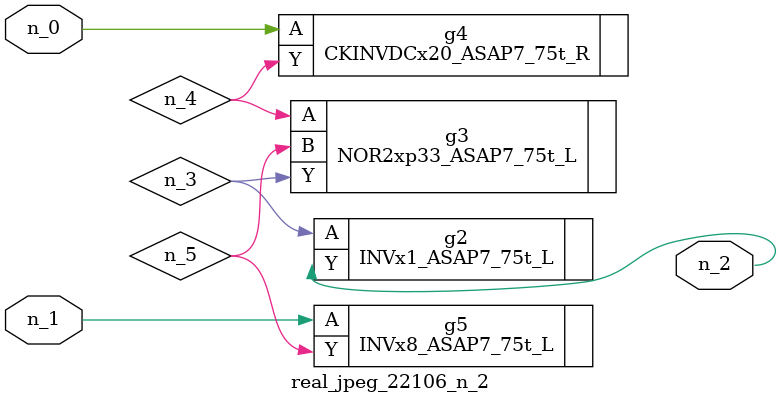
<source format=v>
module real_jpeg_22106_n_2 (n_1, n_0, n_2);

input n_1;
input n_0;

output n_2;

wire n_5;
wire n_4;
wire n_3;

CKINVDCx20_ASAP7_75t_R g4 ( 
.A(n_0),
.Y(n_4)
);

INVx8_ASAP7_75t_L g5 ( 
.A(n_1),
.Y(n_5)
);

INVx1_ASAP7_75t_L g2 ( 
.A(n_3),
.Y(n_2)
);

NOR2xp33_ASAP7_75t_L g3 ( 
.A(n_4),
.B(n_5),
.Y(n_3)
);


endmodule
</source>
